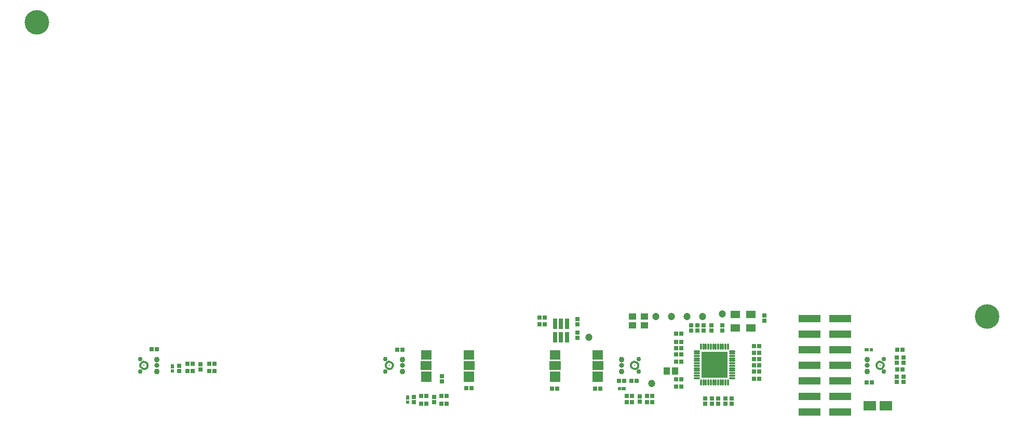
<source format=gbs>
G04 Layer_Color=16711935*
%FSLAX25Y25*%
%MOIN*%
G70*
G01*
G75*
%ADD44C,0.15748*%
%ADD45C,0.00800*%
%ADD46C,0.01181*%
%ADD47R,0.02572X0.02965*%
%ADD48C,0.04737*%
%ADD49O,0.01266X0.04337*%
%ADD50O,0.04337X0.01266*%
%ADD51R,0.16935X0.16935*%
%ADD52R,0.05905X0.05118*%
%ADD53R,0.02965X0.06509*%
%ADD54R,0.02965X0.06509*%
%ADD55R,0.02965X0.02572*%
%ADD56C,0.00997*%
%ADD57C,0.03202*%
%ADD58C,0.03635*%
%ADD59C,0.03005*%
%ADD60R,0.02835X0.01968*%
%ADD61R,0.02362X0.01968*%
%ADD62R,0.01968X0.02362*%
%ADD63R,0.01968X0.02835*%
%ADD64R,0.04000X0.04800*%
%ADD65R,0.07887X0.06115*%
%ADD66R,0.04800X0.04000*%
%ADD67R,0.14383X0.04737*%
%ADD68R,0.07099X0.06706*%
%ADD69R,0.07099X0.06312*%
D44*
X305118Y31496D02*
D03*
X-305118Y220472D02*
D03*
D45*
X236221Y0D02*
D03*
X78740D02*
D03*
X-78740D02*
D03*
X-236221D02*
D03*
X-51818Y-2600D02*
D03*
X-52218D02*
D03*
X-52618D02*
D03*
X-53018D02*
D03*
X-53418D02*
D03*
X-53818D02*
D03*
X-54218D02*
D03*
X-54618D02*
D03*
X-55018D02*
D03*
X-55418D02*
D03*
X-55818D02*
D03*
X-56218D02*
D03*
X-56618D02*
D03*
X-57018D02*
D03*
X-57418D02*
D03*
X-57818D02*
D03*
X-58268D02*
D03*
X-51818Y-2300D02*
D03*
X-52218D02*
D03*
X-52618D02*
D03*
X-53018D02*
D03*
X-53418D02*
D03*
X-53818D02*
D03*
X-54218D02*
D03*
X-54618D02*
D03*
X-55018D02*
D03*
X-55418D02*
D03*
X-55818D02*
D03*
X-56218D02*
D03*
X-56618D02*
D03*
X-57018D02*
D03*
X-57418D02*
D03*
X-57818D02*
D03*
X-58268D02*
D03*
X-51818Y-1700D02*
D03*
X-52218D02*
D03*
X-52618D02*
D03*
X-53018D02*
D03*
X-53418D02*
D03*
X-53818D02*
D03*
X-54218D02*
D03*
X-54618D02*
D03*
X-55018D02*
D03*
X-55418D02*
D03*
X-55818D02*
D03*
X-56218D02*
D03*
X-56618D02*
D03*
X-57018D02*
D03*
X-57418D02*
D03*
X-57818D02*
D03*
X-58268D02*
D03*
X-51818Y-1100D02*
D03*
X-52218D02*
D03*
X-52618D02*
D03*
X-53018D02*
D03*
X-53418D02*
D03*
X-53818D02*
D03*
X-54218D02*
D03*
X-54618D02*
D03*
X-55018D02*
D03*
X-55418D02*
D03*
X-55818D02*
D03*
X-56218D02*
D03*
X-56618D02*
D03*
X-57018D02*
D03*
X-57418D02*
D03*
X-57818D02*
D03*
X-58268D02*
D03*
X-51818Y-500D02*
D03*
X-52218D02*
D03*
X-52618D02*
D03*
X-53018D02*
D03*
X-53418D02*
D03*
X-53818D02*
D03*
X-54218D02*
D03*
X-54618D02*
D03*
X-55018D02*
D03*
X-55418D02*
D03*
X-55818D02*
D03*
X-56218D02*
D03*
X-56618D02*
D03*
X-57018D02*
D03*
X-57418D02*
D03*
X-57818D02*
D03*
X-58268D02*
D03*
X-51818Y100D02*
D03*
X-52218D02*
D03*
X-52618D02*
D03*
X-53018D02*
D03*
X-53418D02*
D03*
X-53818D02*
D03*
X-54218D02*
D03*
X-54618D02*
D03*
X-55018D02*
D03*
X-55418D02*
D03*
X-55818D02*
D03*
X-56218D02*
D03*
X-56618D02*
D03*
X-57018D02*
D03*
X-57418D02*
D03*
X-57818D02*
D03*
X-58268D02*
D03*
X-51818Y700D02*
D03*
X-52218D02*
D03*
X-52618D02*
D03*
X-53018D02*
D03*
X-53418D02*
D03*
X-53818D02*
D03*
X-54218D02*
D03*
X-54618D02*
D03*
X-55018D02*
D03*
X-55418D02*
D03*
X-55818D02*
D03*
X-56218D02*
D03*
X-56618D02*
D03*
X-57018D02*
D03*
X-57418D02*
D03*
X-57818D02*
D03*
X-58268D02*
D03*
X-51818Y1300D02*
D03*
X-52218D02*
D03*
X-52618D02*
D03*
X-53018D02*
D03*
X-53418D02*
D03*
X-53818D02*
D03*
X-54218D02*
D03*
X-54618D02*
D03*
X-55018D02*
D03*
X-55418D02*
D03*
X-55818D02*
D03*
X-56218D02*
D03*
X-56618D02*
D03*
X-57018D02*
D03*
X-57418D02*
D03*
X-57818D02*
D03*
X-58268D02*
D03*
X-51818Y1900D02*
D03*
X-52218D02*
D03*
X-52618D02*
D03*
X-53018D02*
D03*
X-53418D02*
D03*
X-53818D02*
D03*
X-54218D02*
D03*
X-54618D02*
D03*
X-55018D02*
D03*
X-55418D02*
D03*
X-55818D02*
D03*
X-56218D02*
D03*
X-56618D02*
D03*
X-57018D02*
D03*
X-57418D02*
D03*
X-57818D02*
D03*
X-58268D02*
D03*
Y2600D02*
D03*
X-57818D02*
D03*
X-57418D02*
D03*
X-57018D02*
D03*
X-56618D02*
D03*
X-56218D02*
D03*
X-55818D02*
D03*
X-55418D02*
D03*
X-55018D02*
D03*
X-54618D02*
D03*
X-54218D02*
D03*
X-53818D02*
D03*
X-53418D02*
D03*
X-53018D02*
D03*
X-52618D02*
D03*
X-52218D02*
D03*
X-51818D02*
D03*
X30859Y-2600D02*
D03*
X30459D02*
D03*
X30059D02*
D03*
X29659D02*
D03*
X29259D02*
D03*
X28859D02*
D03*
X28459D02*
D03*
X28059D02*
D03*
X27659D02*
D03*
X27259D02*
D03*
X26859D02*
D03*
X26459D02*
D03*
X26059D02*
D03*
X25659D02*
D03*
X25259D02*
D03*
X24859D02*
D03*
X24409D02*
D03*
X30859Y-2300D02*
D03*
X30459D02*
D03*
X30059D02*
D03*
X29659D02*
D03*
X29259D02*
D03*
X28859D02*
D03*
X28459D02*
D03*
X28059D02*
D03*
X27659D02*
D03*
X27259D02*
D03*
X26859D02*
D03*
X26459D02*
D03*
X26059D02*
D03*
X25659D02*
D03*
X25259D02*
D03*
X24859D02*
D03*
X24409D02*
D03*
X30859Y-1700D02*
D03*
X30459D02*
D03*
X30059D02*
D03*
X29659D02*
D03*
X29259D02*
D03*
X28859D02*
D03*
X28459D02*
D03*
X28059D02*
D03*
X27659D02*
D03*
X27259D02*
D03*
X26859D02*
D03*
X26459D02*
D03*
X26059D02*
D03*
X25659D02*
D03*
X25259D02*
D03*
X24859D02*
D03*
X24409D02*
D03*
X30859Y-1100D02*
D03*
X30459D02*
D03*
X30059D02*
D03*
X29659D02*
D03*
X29259D02*
D03*
X28859D02*
D03*
X28459D02*
D03*
X28059D02*
D03*
X27659D02*
D03*
X27259D02*
D03*
X26859D02*
D03*
X26459D02*
D03*
X26059D02*
D03*
X25659D02*
D03*
X25259D02*
D03*
X24859D02*
D03*
X24409D02*
D03*
X30859Y-500D02*
D03*
X30459D02*
D03*
X30059D02*
D03*
X29659D02*
D03*
X29259D02*
D03*
X28859D02*
D03*
X28459D02*
D03*
X28059D02*
D03*
X27659D02*
D03*
X27259D02*
D03*
X26859D02*
D03*
X26459D02*
D03*
X26059D02*
D03*
X25659D02*
D03*
X25259D02*
D03*
X24859D02*
D03*
X24409D02*
D03*
X30859Y100D02*
D03*
X30459D02*
D03*
X30059D02*
D03*
X29659D02*
D03*
X29259D02*
D03*
X28859D02*
D03*
X28459D02*
D03*
X28059D02*
D03*
X27659D02*
D03*
X27259D02*
D03*
X26859D02*
D03*
X26459D02*
D03*
X26059D02*
D03*
X25659D02*
D03*
X25259D02*
D03*
X24859D02*
D03*
X24409D02*
D03*
X30859Y700D02*
D03*
X30459D02*
D03*
X30059D02*
D03*
X29659D02*
D03*
X29259D02*
D03*
X28859D02*
D03*
X28459D02*
D03*
X28059D02*
D03*
X27659D02*
D03*
X27259D02*
D03*
X26859D02*
D03*
X26459D02*
D03*
X26059D02*
D03*
X25659D02*
D03*
X25259D02*
D03*
X24859D02*
D03*
X24409D02*
D03*
X30859Y1300D02*
D03*
X30459D02*
D03*
X30059D02*
D03*
X29659D02*
D03*
X29259D02*
D03*
X28859D02*
D03*
X28459D02*
D03*
X28059D02*
D03*
X27659D02*
D03*
X27259D02*
D03*
X26859D02*
D03*
X26459D02*
D03*
X26059D02*
D03*
X25659D02*
D03*
X25259D02*
D03*
X24859D02*
D03*
X24409D02*
D03*
X30859Y1900D02*
D03*
X30459D02*
D03*
X30059D02*
D03*
X29659D02*
D03*
X29259D02*
D03*
X28859D02*
D03*
X28459D02*
D03*
X28059D02*
D03*
X27659D02*
D03*
X27259D02*
D03*
X26859D02*
D03*
X26459D02*
D03*
X26059D02*
D03*
X25659D02*
D03*
X25259D02*
D03*
X24859D02*
D03*
X24409D02*
D03*
Y2600D02*
D03*
X24859D02*
D03*
X25259D02*
D03*
X25659D02*
D03*
X26059D02*
D03*
X26459D02*
D03*
X26859D02*
D03*
X27259D02*
D03*
X27659D02*
D03*
X28059D02*
D03*
X28459D02*
D03*
X28859D02*
D03*
X29259D02*
D03*
X29659D02*
D03*
X30059D02*
D03*
X30459D02*
D03*
X30859D02*
D03*
X58418Y-2600D02*
D03*
X58018D02*
D03*
X57618D02*
D03*
X57218D02*
D03*
X56818D02*
D03*
X56418D02*
D03*
X56018D02*
D03*
X55618D02*
D03*
X55218D02*
D03*
X54818D02*
D03*
X54418D02*
D03*
X54018D02*
D03*
X53618D02*
D03*
X53218D02*
D03*
X52818D02*
D03*
X52418D02*
D03*
X51968D02*
D03*
X58418Y-2300D02*
D03*
X58018D02*
D03*
X57618D02*
D03*
X57218D02*
D03*
X56818D02*
D03*
X56418D02*
D03*
X56018D02*
D03*
X55618D02*
D03*
X55218D02*
D03*
X54818D02*
D03*
X54418D02*
D03*
X54018D02*
D03*
X53618D02*
D03*
X53218D02*
D03*
X52818D02*
D03*
X52418D02*
D03*
X51968D02*
D03*
X58418Y-1700D02*
D03*
X58018D02*
D03*
X57618D02*
D03*
X57218D02*
D03*
X56818D02*
D03*
X56418D02*
D03*
X56018D02*
D03*
X55618D02*
D03*
X55218D02*
D03*
X54818D02*
D03*
X54418D02*
D03*
X54018D02*
D03*
X53618D02*
D03*
X53218D02*
D03*
X52818D02*
D03*
X52418D02*
D03*
X51968D02*
D03*
X58418Y-1100D02*
D03*
X58018D02*
D03*
X57618D02*
D03*
X57218D02*
D03*
X56818D02*
D03*
X56418D02*
D03*
X56018D02*
D03*
X55618D02*
D03*
X55218D02*
D03*
X54818D02*
D03*
X54418D02*
D03*
X54018D02*
D03*
X53618D02*
D03*
X53218D02*
D03*
X52818D02*
D03*
X52418D02*
D03*
X51968D02*
D03*
X58418Y-500D02*
D03*
X58018D02*
D03*
X57618D02*
D03*
X57218D02*
D03*
X56818D02*
D03*
X56418D02*
D03*
X56018D02*
D03*
X55618D02*
D03*
X55218D02*
D03*
X54818D02*
D03*
X54418D02*
D03*
X54018D02*
D03*
X53618D02*
D03*
X53218D02*
D03*
X52818D02*
D03*
X52418D02*
D03*
X51968D02*
D03*
X58418Y100D02*
D03*
X58018D02*
D03*
X57618D02*
D03*
X57218D02*
D03*
X56818D02*
D03*
X56418D02*
D03*
X56018D02*
D03*
X55618D02*
D03*
X55218D02*
D03*
X54818D02*
D03*
X54418D02*
D03*
X54018D02*
D03*
X53618D02*
D03*
X53218D02*
D03*
X52818D02*
D03*
X52418D02*
D03*
X51968D02*
D03*
X58418Y700D02*
D03*
X58018D02*
D03*
X57618D02*
D03*
X57218D02*
D03*
X56818D02*
D03*
X56418D02*
D03*
X56018D02*
D03*
X55618D02*
D03*
X55218D02*
D03*
X54818D02*
D03*
X54418D02*
D03*
X54018D02*
D03*
X53618D02*
D03*
X53218D02*
D03*
X52818D02*
D03*
X52418D02*
D03*
X51968D02*
D03*
X58418Y1300D02*
D03*
X58018D02*
D03*
X57618D02*
D03*
X57218D02*
D03*
X56818D02*
D03*
X56418D02*
D03*
X56018D02*
D03*
X55618D02*
D03*
X55218D02*
D03*
X54818D02*
D03*
X54418D02*
D03*
X54018D02*
D03*
X53618D02*
D03*
X53218D02*
D03*
X52818D02*
D03*
X52418D02*
D03*
X51968D02*
D03*
X58418Y1900D02*
D03*
X58018D02*
D03*
X57618D02*
D03*
X57218D02*
D03*
X56818D02*
D03*
X56418D02*
D03*
X56018D02*
D03*
X55618D02*
D03*
X55218D02*
D03*
X54818D02*
D03*
X54418D02*
D03*
X54018D02*
D03*
X53618D02*
D03*
X53218D02*
D03*
X52818D02*
D03*
X52418D02*
D03*
X51968D02*
D03*
Y2600D02*
D03*
X52418D02*
D03*
X52818D02*
D03*
X53218D02*
D03*
X53618D02*
D03*
X54018D02*
D03*
X54418D02*
D03*
X54818D02*
D03*
X55218D02*
D03*
X55618D02*
D03*
X56018D02*
D03*
X56418D02*
D03*
X56818D02*
D03*
X57218D02*
D03*
X57618D02*
D03*
X58018D02*
D03*
X58418D02*
D03*
X-24259D02*
D03*
X-24659D02*
D03*
X-25059D02*
D03*
X-25459D02*
D03*
X-25859D02*
D03*
X-26259D02*
D03*
X-26659D02*
D03*
X-27059D02*
D03*
X-27459D02*
D03*
X-27859D02*
D03*
X-28259D02*
D03*
X-28659D02*
D03*
X-29059D02*
D03*
X-29459D02*
D03*
X-29859D02*
D03*
X-30259D02*
D03*
X-30709D02*
D03*
Y1900D02*
D03*
X-30259D02*
D03*
X-29859D02*
D03*
X-29459D02*
D03*
X-29059D02*
D03*
X-28659D02*
D03*
X-28259D02*
D03*
X-27859D02*
D03*
X-27459D02*
D03*
X-27059D02*
D03*
X-26659D02*
D03*
X-26259D02*
D03*
X-25859D02*
D03*
X-25459D02*
D03*
X-25059D02*
D03*
X-24659D02*
D03*
X-24259D02*
D03*
X-30709Y1300D02*
D03*
X-30259D02*
D03*
X-29859D02*
D03*
X-29459D02*
D03*
X-29059D02*
D03*
X-28659D02*
D03*
X-28259D02*
D03*
X-27859D02*
D03*
X-27459D02*
D03*
X-27059D02*
D03*
X-26659D02*
D03*
X-26259D02*
D03*
X-25859D02*
D03*
X-25459D02*
D03*
X-25059D02*
D03*
X-24659D02*
D03*
X-24259D02*
D03*
X-30709Y700D02*
D03*
X-30259D02*
D03*
X-29859D02*
D03*
X-29459D02*
D03*
X-29059D02*
D03*
X-28659D02*
D03*
X-28259D02*
D03*
X-27859D02*
D03*
X-27459D02*
D03*
X-27059D02*
D03*
X-26659D02*
D03*
X-26259D02*
D03*
X-25859D02*
D03*
X-25459D02*
D03*
X-25059D02*
D03*
X-24659D02*
D03*
X-24259D02*
D03*
X-30709Y100D02*
D03*
X-30259D02*
D03*
X-29859D02*
D03*
X-29459D02*
D03*
X-29059D02*
D03*
X-28659D02*
D03*
X-28259D02*
D03*
X-27859D02*
D03*
X-27459D02*
D03*
X-27059D02*
D03*
X-26659D02*
D03*
X-26259D02*
D03*
X-25859D02*
D03*
X-25459D02*
D03*
X-25059D02*
D03*
X-24659D02*
D03*
X-24259D02*
D03*
X-30709Y-500D02*
D03*
X-30259D02*
D03*
X-29859D02*
D03*
X-29459D02*
D03*
X-29059D02*
D03*
X-28659D02*
D03*
X-28259D02*
D03*
X-27859D02*
D03*
X-27459D02*
D03*
X-27059D02*
D03*
X-26659D02*
D03*
X-26259D02*
D03*
X-25859D02*
D03*
X-25459D02*
D03*
X-25059D02*
D03*
X-24659D02*
D03*
X-24259D02*
D03*
X-30709Y-1100D02*
D03*
X-30259D02*
D03*
X-29859D02*
D03*
X-29459D02*
D03*
X-29059D02*
D03*
X-28659D02*
D03*
X-28259D02*
D03*
X-27859D02*
D03*
X-27459D02*
D03*
X-27059D02*
D03*
X-26659D02*
D03*
X-26259D02*
D03*
X-25859D02*
D03*
X-25459D02*
D03*
X-25059D02*
D03*
X-24659D02*
D03*
X-24259D02*
D03*
X-30709Y-1700D02*
D03*
X-30259D02*
D03*
X-29859D02*
D03*
X-29459D02*
D03*
X-29059D02*
D03*
X-28659D02*
D03*
X-28259D02*
D03*
X-27859D02*
D03*
X-27459D02*
D03*
X-27059D02*
D03*
X-26659D02*
D03*
X-26259D02*
D03*
X-25859D02*
D03*
X-25459D02*
D03*
X-25059D02*
D03*
X-24659D02*
D03*
X-24259D02*
D03*
X-30709Y-2300D02*
D03*
X-30259D02*
D03*
X-29859D02*
D03*
X-29459D02*
D03*
X-29059D02*
D03*
X-28659D02*
D03*
X-28259D02*
D03*
X-27859D02*
D03*
X-27459D02*
D03*
X-27059D02*
D03*
X-26659D02*
D03*
X-26259D02*
D03*
X-25859D02*
D03*
X-25459D02*
D03*
X-25059D02*
D03*
X-24659D02*
D03*
X-24259D02*
D03*
X-30709Y-2600D02*
D03*
X-30259D02*
D03*
X-29859D02*
D03*
X-29459D02*
D03*
X-29059D02*
D03*
X-28659D02*
D03*
X-28259D02*
D03*
X-27859D02*
D03*
X-27459D02*
D03*
X-27059D02*
D03*
X-26659D02*
D03*
X-26259D02*
D03*
X-25859D02*
D03*
X-25459D02*
D03*
X-25059D02*
D03*
X-24659D02*
D03*
X-24259D02*
D03*
D46*
X238583Y0D02*
X238378Y961D01*
X237801Y1756D01*
X236950Y2247D01*
X235974Y2349D01*
X235039Y2046D01*
X234309Y1389D01*
X233910Y491D01*
Y-491D01*
X234309Y-1388D01*
X235039Y-2046D01*
X235974Y-2349D01*
X236950Y-2246D01*
X237801Y-1755D01*
X238378Y-961D01*
X238583Y0D01*
X81102D02*
X80898Y961D01*
X80321Y1756D01*
X79470Y2247D01*
X78493Y2349D01*
X77559Y2046D01*
X76829Y1389D01*
X76430Y491D01*
Y-491D01*
X76829Y-1388D01*
X77559Y-2046D01*
X78493Y-2349D01*
X79470Y-2246D01*
X80321Y-1755D01*
X80898Y-961D01*
X81102Y0D01*
X-76378D02*
X-76582Y961D01*
X-77160Y1756D01*
X-78010Y2247D01*
X-78987Y2349D01*
X-79921Y2046D01*
X-80651Y1389D01*
X-81051Y491D01*
Y-491D01*
X-80651Y-1388D01*
X-79921Y-2046D01*
X-78987Y-2349D01*
X-78010Y-2246D01*
X-77160Y-1755D01*
X-76582Y-961D01*
X-76378Y0D01*
X-233858D02*
X-234063Y961D01*
X-234640Y1756D01*
X-235490Y2247D01*
X-236467Y2349D01*
X-237402Y2046D01*
X-238131Y1389D01*
X-238531Y491D01*
Y-491D01*
X-238131Y-1388D01*
X-237402Y-2046D01*
X-236467Y-2349D01*
X-235490Y-2246D01*
X-234640Y-1755D01*
X-234063Y-961D01*
X-233858Y0D01*
D47*
X-25827Y-14500D02*
D03*
X-29173Y-14500D02*
D03*
X105427Y11000D02*
D03*
X108773Y11000D02*
D03*
X53327Y-15000D02*
D03*
X56673D02*
D03*
X29173D02*
D03*
X25827D02*
D03*
X73827Y-19500D02*
D03*
X77173Y-19500D02*
D03*
X73827Y-23500D02*
D03*
X77173Y-23500D02*
D03*
X108673Y20600D02*
D03*
X105327D02*
D03*
X155327Y4000D02*
D03*
X158673D02*
D03*
X155327Y0D02*
D03*
X158673D02*
D03*
X155327Y8000D02*
D03*
X158673D02*
D03*
X-58173Y-19400D02*
D03*
X-54827Y-19400D02*
D03*
X-58173Y-24400D02*
D03*
X-54827Y-24400D02*
D03*
X155327Y-4000D02*
D03*
X158673D02*
D03*
X108673Y7100D02*
D03*
X105327D02*
D03*
X-208173Y1000D02*
D03*
X-204827Y1000D02*
D03*
X105327Y-13500D02*
D03*
X108673Y-13500D02*
D03*
X-208173Y-3500D02*
D03*
X-204827Y-3500D02*
D03*
X17827Y30900D02*
D03*
X21173D02*
D03*
X17827Y26500D02*
D03*
X21173D02*
D03*
X250673Y10000D02*
D03*
X247327D02*
D03*
X227827Y-11000D02*
D03*
X231173Y-11000D02*
D03*
X250673Y-2500D02*
D03*
X247327D02*
D03*
X72173Y-10000D02*
D03*
X68827D02*
D03*
X86827Y-19500D02*
D03*
X90173Y-19500D02*
D03*
X76827Y-10000D02*
D03*
X80173Y-10000D02*
D03*
X86827Y-23500D02*
D03*
X90173Y-23500D02*
D03*
X-45173Y-19400D02*
D03*
X-41827Y-19400D02*
D03*
X-70327Y10000D02*
D03*
X-73673Y10000D02*
D03*
X-45173Y-24400D02*
D03*
X-41827Y-24400D02*
D03*
X155327Y12500D02*
D03*
X158673Y12500D02*
D03*
X105327Y-8900D02*
D03*
X108673D02*
D03*
X158673Y-8500D02*
D03*
X155327D02*
D03*
X105327Y2600D02*
D03*
X108673D02*
D03*
X-194173Y1000D02*
D03*
X-190827Y1000D02*
D03*
X105327Y15100D02*
D03*
X108673D02*
D03*
X-227827Y10500D02*
D03*
X-231173Y10500D02*
D03*
X-194173Y-3500D02*
D03*
X-190827Y-3500D02*
D03*
D48*
X89800Y-11500D02*
D03*
X49500Y18000D02*
D03*
X135000Y33000D02*
D03*
X122500Y31500D02*
D03*
X112500D02*
D03*
X92500D02*
D03*
X102500D02*
D03*
D49*
X121339Y12017D02*
D03*
X122913D02*
D03*
X124488D02*
D03*
X126063D02*
D03*
X127638D02*
D03*
X129213D02*
D03*
X130787D02*
D03*
X132362D02*
D03*
X133937D02*
D03*
X135512D02*
D03*
X137087D02*
D03*
X138661D02*
D03*
Y-10817D02*
D03*
X137087D02*
D03*
X135512D02*
D03*
X133937D02*
D03*
X132362D02*
D03*
X130787D02*
D03*
X129213D02*
D03*
X127638D02*
D03*
X126063D02*
D03*
X124488D02*
D03*
X122913D02*
D03*
X121339D02*
D03*
D50*
X118583Y9261D02*
D03*
Y7687D02*
D03*
Y6112D02*
D03*
Y4537D02*
D03*
Y2962D02*
D03*
Y1387D02*
D03*
Y-187D02*
D03*
Y-1762D02*
D03*
Y-3337D02*
D03*
Y-4912D02*
D03*
Y-6487D02*
D03*
Y-8061D02*
D03*
X141417D02*
D03*
Y-6487D02*
D03*
Y-4912D02*
D03*
Y-3337D02*
D03*
Y-1762D02*
D03*
Y-187D02*
D03*
Y1387D02*
D03*
Y2962D02*
D03*
Y4537D02*
D03*
Y6112D02*
D03*
Y7687D02*
D03*
Y9261D02*
D03*
D51*
X130000Y600D02*
D03*
D52*
X153500Y24169D02*
D03*
X143500D02*
D03*
Y32831D02*
D03*
X153500D02*
D03*
D53*
X35240Y18268D02*
D03*
D54*
X31500D02*
D03*
X27760D02*
D03*
Y26732D02*
D03*
X31500D02*
D03*
X35240D02*
D03*
D55*
X-45000Y-10173D02*
D03*
Y-6827D02*
D03*
X42000Y26327D02*
D03*
Y29673D02*
D03*
X42000Y17827D02*
D03*
X42000Y21173D02*
D03*
X251500Y5173D02*
D03*
X251500Y1827D02*
D03*
X247000Y5173D02*
D03*
X247000Y1827D02*
D03*
X123000Y22427D02*
D03*
X123000Y25773D02*
D03*
X119000Y22427D02*
D03*
X119000Y25773D02*
D03*
X115000Y22427D02*
D03*
X115000Y25773D02*
D03*
X135000Y22427D02*
D03*
X135000Y25773D02*
D03*
X251500Y-7327D02*
D03*
X251500Y-10673D02*
D03*
X162000Y28827D02*
D03*
X162000Y32173D02*
D03*
X247000Y-7327D02*
D03*
X247000Y-10673D02*
D03*
X82000Y-19827D02*
D03*
Y-23173D02*
D03*
X-63000Y-20227D02*
D03*
Y-23573D02*
D03*
X-50000Y-20227D02*
D03*
Y-23573D02*
D03*
X124000Y-24573D02*
D03*
X124000Y-21227D02*
D03*
X128000Y22427D02*
D03*
X128000Y25773D02*
D03*
X132500Y-24573D02*
D03*
X132500Y-21227D02*
D03*
X141000Y-24573D02*
D03*
X141000Y-21227D02*
D03*
X137000Y-24573D02*
D03*
X137000Y-21227D02*
D03*
X128500Y-24573D02*
D03*
X128500Y-21227D02*
D03*
X-213500Y-327D02*
D03*
Y-3673D02*
D03*
X-200000Y673D02*
D03*
Y-2673D02*
D03*
D56*
X233921Y0D02*
D03*
X76440D02*
D03*
X-76440D02*
D03*
X-233921D02*
D03*
D57*
X227953D02*
D03*
X70472D02*
D03*
X-70473D02*
D03*
X-227953D02*
D03*
D58*
X227953Y-3819D02*
D03*
Y3819D02*
D03*
X70472Y-3819D02*
D03*
Y3819D02*
D03*
X-70473D02*
D03*
Y-3819D02*
D03*
X-227953Y3819D02*
D03*
Y-3819D02*
D03*
D59*
X238701Y-4016D02*
D03*
Y4016D02*
D03*
X81221Y-4016D02*
D03*
Y4016D02*
D03*
X-81221D02*
D03*
Y-4016D02*
D03*
X-238701Y4016D02*
D03*
Y-4016D02*
D03*
D60*
X227661Y10000D02*
D03*
X71838Y-15000D02*
D03*
D61*
X230575Y10000D02*
D03*
X68925Y-15000D02*
D03*
D62*
X-67000Y-23475D02*
D03*
X-218000Y-3575D02*
D03*
D63*
X-67000Y-20561D02*
D03*
X-218000Y-661D02*
D03*
D64*
X104781Y-3500D02*
D03*
X99219D02*
D03*
D65*
X229842Y-26000D02*
D03*
X240158D02*
D03*
D66*
X77500Y25719D02*
D03*
Y31281D02*
D03*
X85000Y25719D02*
D03*
Y31281D02*
D03*
D67*
X191043Y-30000D02*
D03*
X210531D02*
D03*
X191043Y-20000D02*
D03*
X210531D02*
D03*
X191043Y-10000D02*
D03*
X210531D02*
D03*
Y20000D02*
D03*
X191043D02*
D03*
X210531Y10000D02*
D03*
X191043D02*
D03*
X210531Y0D02*
D03*
X191043D02*
D03*
X210531Y30000D02*
D03*
X191043D02*
D03*
D68*
X-55118Y-7087D02*
D03*
X27559D02*
D03*
X55118D02*
D03*
X-27559D02*
D03*
D69*
X-55118Y6693D02*
D03*
X27559D02*
D03*
X55118D02*
D03*
X-27559D02*
D03*
M02*

</source>
